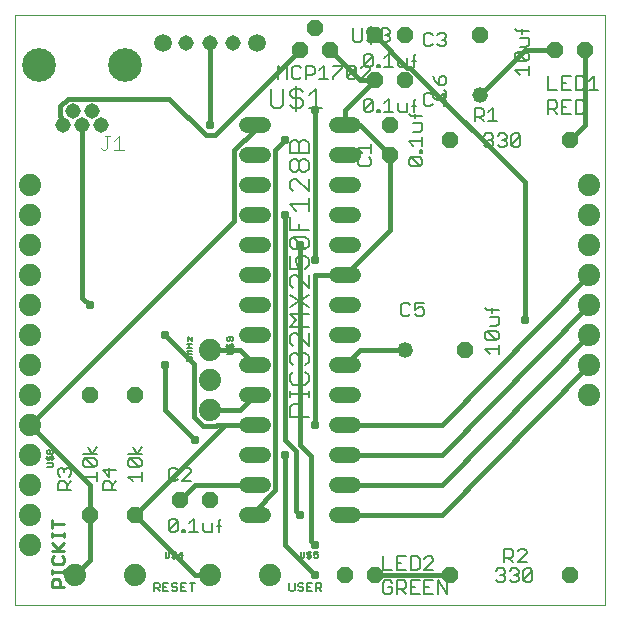
<source format=gtl>
G75*
%MOIN*%
%OFA0B0*%
%FSLAX25Y25*%
%IPPOS*%
%LPD*%
%AMOC8*
5,1,8,0,0,1.08239X$1,22.5*
%
%ADD10C,0.00000*%
%ADD11OC8,0.05200*%
%ADD12C,0.00500*%
%ADD13C,0.05200*%
%ADD14C,0.05150*%
%ADD15C,0.11220*%
%ADD16C,0.00400*%
%ADD17C,0.05200*%
%ADD18C,0.00700*%
%ADD19C,0.05937*%
%ADD20C,0.07400*%
%ADD21C,0.00600*%
%ADD22C,0.01000*%
%ADD23C,0.01600*%
%ADD24C,0.03100*%
D10*
X0001800Y0001800D02*
X0001800Y0198650D01*
X0198650Y0198650D01*
X0198650Y0001800D01*
X0001800Y0001800D01*
D11*
X0026800Y0031800D03*
X0041800Y0031800D03*
X0056800Y0036800D03*
X0066800Y0036800D03*
X0041800Y0071800D03*
X0026800Y0071800D03*
X0111800Y0011800D03*
X0121800Y0011800D03*
X0146800Y0011800D03*
X0186800Y0011800D03*
X0151800Y0086800D03*
X0126800Y0151800D03*
X0126800Y0161800D03*
X0121800Y0176800D03*
X0131800Y0176800D03*
X0131800Y0191800D03*
X0121800Y0191800D03*
X0106800Y0186800D03*
X0101800Y0194300D03*
X0096800Y0186800D03*
X0146800Y0156800D03*
X0156800Y0191800D03*
X0181800Y0186800D03*
X0191800Y0186800D03*
X0186800Y0156800D03*
D12*
X0187156Y0165550D02*
X0184154Y0165550D01*
X0184154Y0170054D01*
X0187156Y0170054D01*
X0188758Y0170054D02*
X0191010Y0170054D01*
X0191760Y0169303D01*
X0191760Y0166301D01*
X0191010Y0165550D01*
X0188758Y0165550D01*
X0188758Y0170054D01*
X0188758Y0173550D02*
X0191010Y0173550D01*
X0191760Y0174301D01*
X0191760Y0177303D01*
X0191010Y0178054D01*
X0188758Y0178054D01*
X0188758Y0173550D01*
X0187156Y0173550D02*
X0184154Y0173550D01*
X0184154Y0178054D01*
X0187156Y0178054D01*
X0185655Y0175802D02*
X0184154Y0175802D01*
X0182553Y0173550D02*
X0179550Y0173550D01*
X0179550Y0178054D01*
X0173050Y0178550D02*
X0173050Y0181553D01*
X0173050Y0180051D02*
X0168546Y0180051D01*
X0170047Y0178550D01*
X0169297Y0183154D02*
X0168546Y0183905D01*
X0168546Y0185406D01*
X0169297Y0186156D01*
X0172299Y0183154D01*
X0173050Y0183905D01*
X0173050Y0185406D01*
X0172299Y0186156D01*
X0169297Y0186156D01*
X0170047Y0187758D02*
X0172299Y0187758D01*
X0173050Y0188508D01*
X0173050Y0190760D01*
X0170047Y0190760D01*
X0170798Y0192362D02*
X0170798Y0193863D01*
X0169297Y0193112D02*
X0168546Y0193863D01*
X0169297Y0193112D02*
X0173050Y0193112D01*
X0172299Y0183154D02*
X0169297Y0183154D01*
X0179550Y0170054D02*
X0181802Y0170054D01*
X0182553Y0169303D01*
X0182553Y0167802D01*
X0181802Y0167051D01*
X0179550Y0167051D01*
X0179550Y0165550D02*
X0179550Y0170054D01*
X0181051Y0167051D02*
X0182553Y0165550D01*
X0184154Y0167802D02*
X0185655Y0167802D01*
X0193362Y0173550D02*
X0196364Y0173550D01*
X0194863Y0173550D02*
X0194863Y0178054D01*
X0193362Y0176553D01*
X0170360Y0158303D02*
X0170360Y0155301D01*
X0169610Y0154550D01*
X0168108Y0154550D01*
X0167358Y0155301D01*
X0170360Y0158303D01*
X0169610Y0159054D01*
X0168108Y0159054D01*
X0167358Y0158303D01*
X0167358Y0155301D01*
X0165756Y0155301D02*
X0165006Y0154550D01*
X0163505Y0154550D01*
X0162754Y0155301D01*
X0161153Y0155301D02*
X0160402Y0154550D01*
X0158901Y0154550D01*
X0158150Y0155301D01*
X0159651Y0156802D02*
X0160402Y0156802D01*
X0161153Y0156051D01*
X0161153Y0155301D01*
X0160402Y0156802D02*
X0161153Y0157553D01*
X0161153Y0158303D01*
X0160402Y0159054D01*
X0158901Y0159054D01*
X0158150Y0158303D01*
X0162754Y0158303D02*
X0163505Y0159054D01*
X0165006Y0159054D01*
X0165756Y0158303D01*
X0165756Y0157553D01*
X0165006Y0156802D01*
X0165756Y0156051D01*
X0165756Y0155301D01*
X0165006Y0156802D02*
X0164255Y0156802D01*
X0162656Y0163050D02*
X0159654Y0163050D01*
X0161155Y0163050D02*
X0161155Y0167554D01*
X0159654Y0166053D01*
X0158053Y0166803D02*
X0158053Y0165302D01*
X0157302Y0164551D01*
X0155050Y0164551D01*
X0155050Y0163050D02*
X0155050Y0167554D01*
X0157302Y0167554D01*
X0158053Y0166803D01*
X0156551Y0164551D02*
X0158053Y0163050D01*
X0145656Y0170302D02*
X0142654Y0170302D01*
X0144906Y0172554D01*
X0144906Y0168050D01*
X0144799Y0170550D02*
X0141797Y0170550D01*
X0141046Y0171301D01*
X0141046Y0172802D01*
X0141797Y0173553D01*
X0140302Y0172554D02*
X0141053Y0171803D01*
X0140302Y0172554D02*
X0138801Y0172554D01*
X0138050Y0171803D01*
X0138050Y0168801D01*
X0138801Y0168050D01*
X0140302Y0168050D01*
X0141053Y0168801D01*
X0144799Y0170550D02*
X0145550Y0171301D01*
X0145550Y0172802D01*
X0144799Y0173553D01*
X0144799Y0175154D02*
X0145550Y0175905D01*
X0145550Y0177406D01*
X0144799Y0178156D01*
X0144049Y0178156D01*
X0143298Y0177406D01*
X0143298Y0175154D01*
X0144799Y0175154D01*
X0143298Y0175154D02*
X0141797Y0176655D01*
X0141046Y0178156D01*
X0134914Y0181050D02*
X0134914Y0184803D01*
X0135665Y0185554D01*
X0135665Y0183302D02*
X0134164Y0183302D01*
X0132562Y0184053D02*
X0132562Y0181050D01*
X0130310Y0181050D01*
X0129560Y0181801D01*
X0129560Y0184053D01*
X0127958Y0181050D02*
X0124956Y0181050D01*
X0126457Y0181050D02*
X0126457Y0185554D01*
X0124956Y0184053D01*
X0123405Y0181801D02*
X0123405Y0181050D01*
X0122654Y0181050D01*
X0122654Y0181801D01*
X0123405Y0181801D01*
X0121053Y0181801D02*
X0120302Y0181050D01*
X0118801Y0181050D01*
X0118050Y0181801D01*
X0121053Y0184803D01*
X0121053Y0181801D01*
X0120176Y0180803D02*
X0119425Y0181554D01*
X0117924Y0181554D01*
X0117174Y0180803D01*
X0118050Y0181801D02*
X0118050Y0184803D01*
X0118801Y0185554D01*
X0120302Y0185554D01*
X0121053Y0184803D01*
X0120655Y0188799D02*
X0120655Y0194804D01*
X0119905Y0194054D02*
X0121406Y0194054D01*
X0122156Y0193303D01*
X0123758Y0193303D02*
X0124508Y0194054D01*
X0126010Y0194054D01*
X0126760Y0193303D01*
X0126760Y0192553D01*
X0126010Y0191802D01*
X0126760Y0191051D01*
X0126760Y0190301D01*
X0126010Y0189550D01*
X0124508Y0189550D01*
X0123758Y0190301D01*
X0122156Y0190301D02*
X0121406Y0189550D01*
X0119905Y0189550D01*
X0119154Y0190301D01*
X0117553Y0190301D02*
X0116802Y0189550D01*
X0115301Y0189550D01*
X0114550Y0190301D01*
X0114550Y0194054D01*
X0117553Y0194054D02*
X0117553Y0190301D01*
X0119154Y0192553D02*
X0119154Y0193303D01*
X0119905Y0194054D01*
X0119154Y0192553D02*
X0119905Y0191802D01*
X0121406Y0191802D01*
X0122156Y0191051D01*
X0122156Y0190301D01*
X0125259Y0191802D02*
X0126010Y0191802D01*
X0120176Y0180803D02*
X0120176Y0180053D01*
X0117174Y0177050D01*
X0120176Y0177050D01*
X0115572Y0177801D02*
X0115572Y0180803D01*
X0112570Y0177801D01*
X0113320Y0177050D01*
X0114822Y0177050D01*
X0115572Y0177801D01*
X0115572Y0180803D02*
X0114822Y0181554D01*
X0113320Y0181554D01*
X0112570Y0180803D01*
X0112570Y0177801D01*
X0110968Y0180803D02*
X0107966Y0177801D01*
X0107966Y0177050D01*
X0106364Y0177050D02*
X0103362Y0177050D01*
X0104863Y0177050D02*
X0104863Y0181554D01*
X0103362Y0180053D01*
X0101760Y0180803D02*
X0101760Y0179302D01*
X0101010Y0178551D01*
X0098758Y0178551D01*
X0098758Y0177050D02*
X0098758Y0181554D01*
X0101010Y0181554D01*
X0101760Y0180803D01*
X0097156Y0180803D02*
X0096406Y0181554D01*
X0094905Y0181554D01*
X0094154Y0180803D01*
X0094154Y0177801D01*
X0094905Y0177050D01*
X0096406Y0177050D01*
X0097156Y0177801D01*
X0092553Y0177050D02*
X0092553Y0181554D01*
X0091051Y0180053D01*
X0089550Y0181554D01*
X0089550Y0177050D01*
X0107966Y0181554D02*
X0110968Y0181554D01*
X0110968Y0180803D01*
X0118801Y0170554D02*
X0118050Y0169803D01*
X0118050Y0166801D01*
X0121053Y0169803D01*
X0121053Y0166801D01*
X0120302Y0166050D01*
X0118801Y0166050D01*
X0118050Y0166801D01*
X0118801Y0170554D02*
X0120302Y0170554D01*
X0121053Y0169803D01*
X0122654Y0166801D02*
X0123405Y0166801D01*
X0123405Y0166050D01*
X0122654Y0166050D01*
X0122654Y0166801D01*
X0124956Y0166050D02*
X0127958Y0166050D01*
X0126457Y0166050D02*
X0126457Y0170554D01*
X0124956Y0169053D01*
X0129560Y0169053D02*
X0129560Y0166801D01*
X0130310Y0166050D01*
X0132562Y0166050D01*
X0132562Y0169053D01*
X0134164Y0168302D02*
X0135665Y0168302D01*
X0134914Y0169803D02*
X0134914Y0166050D01*
X0135298Y0165665D02*
X0135298Y0164164D01*
X0133797Y0164914D02*
X0133046Y0165665D01*
X0133797Y0164914D02*
X0137550Y0164914D01*
X0137550Y0162562D02*
X0134547Y0162562D01*
X0134547Y0159560D02*
X0136799Y0159560D01*
X0137550Y0160310D01*
X0137550Y0162562D01*
X0137550Y0157958D02*
X0137550Y0154956D01*
X0137550Y0156457D02*
X0133046Y0156457D01*
X0134547Y0154956D01*
X0136799Y0153405D02*
X0136799Y0152654D01*
X0137550Y0152654D01*
X0137550Y0153405D01*
X0136799Y0153405D01*
X0136799Y0151053D02*
X0133797Y0151053D01*
X0136799Y0148050D01*
X0137550Y0148801D01*
X0137550Y0150302D01*
X0136799Y0151053D01*
X0133797Y0151053D02*
X0133046Y0150302D01*
X0133046Y0148801D01*
X0133797Y0148050D01*
X0136799Y0148050D01*
X0120550Y0148801D02*
X0120550Y0150302D01*
X0119799Y0151053D01*
X0120550Y0152654D02*
X0120550Y0155656D01*
X0120550Y0154155D02*
X0116046Y0154155D01*
X0117547Y0152654D01*
X0116797Y0151053D02*
X0116046Y0150302D01*
X0116046Y0148801D01*
X0116797Y0148050D01*
X0119799Y0148050D01*
X0120550Y0148801D01*
X0134914Y0169803D02*
X0135665Y0170554D01*
X0138801Y0188050D02*
X0140302Y0188050D01*
X0141053Y0188801D01*
X0142654Y0188801D02*
X0143405Y0188050D01*
X0144906Y0188050D01*
X0145656Y0188801D01*
X0145656Y0189551D01*
X0144906Y0190302D01*
X0144155Y0190302D01*
X0144906Y0190302D02*
X0145656Y0191053D01*
X0145656Y0191803D01*
X0144906Y0192554D01*
X0143405Y0192554D01*
X0142654Y0191803D01*
X0141053Y0191803D02*
X0140302Y0192554D01*
X0138801Y0192554D01*
X0138050Y0191803D01*
X0138050Y0188801D01*
X0138801Y0188050D01*
X0138156Y0102554D02*
X0135154Y0102554D01*
X0135154Y0100302D01*
X0136655Y0101053D01*
X0137406Y0101053D01*
X0138156Y0100302D01*
X0138156Y0098801D01*
X0137406Y0098050D01*
X0135905Y0098050D01*
X0135154Y0098801D01*
X0133553Y0098801D02*
X0132802Y0098050D01*
X0131301Y0098050D01*
X0130550Y0098801D01*
X0130550Y0101803D01*
X0131301Y0102554D01*
X0132802Y0102554D01*
X0133553Y0101803D01*
X0158546Y0100863D02*
X0159297Y0100112D01*
X0163050Y0100112D01*
X0163050Y0097760D02*
X0160047Y0097760D01*
X0160798Y0099362D02*
X0160798Y0100863D01*
X0163050Y0097760D02*
X0163050Y0095508D01*
X0162299Y0094758D01*
X0160047Y0094758D01*
X0159297Y0093156D02*
X0162299Y0090154D01*
X0163050Y0090905D01*
X0163050Y0092406D01*
X0162299Y0093156D01*
X0159297Y0093156D01*
X0158546Y0092406D01*
X0158546Y0090905D01*
X0159297Y0090154D01*
X0162299Y0090154D01*
X0163050Y0088553D02*
X0163050Y0085550D01*
X0163050Y0087051D02*
X0158546Y0087051D01*
X0160047Y0085550D01*
X0164842Y0020554D02*
X0167094Y0020554D01*
X0167845Y0019803D01*
X0167845Y0018302D01*
X0167094Y0017551D01*
X0164842Y0017551D01*
X0164842Y0016050D02*
X0164842Y0020554D01*
X0166343Y0017551D02*
X0167845Y0016050D01*
X0169446Y0016050D02*
X0172449Y0019053D01*
X0172449Y0019803D01*
X0171698Y0020554D01*
X0170197Y0020554D01*
X0169446Y0019803D01*
X0169446Y0016050D02*
X0172449Y0016050D01*
X0172097Y0014054D02*
X0173598Y0014054D01*
X0174349Y0013303D01*
X0171346Y0010301D01*
X0172097Y0009550D01*
X0173598Y0009550D01*
X0174349Y0010301D01*
X0174349Y0013303D01*
X0172097Y0014054D02*
X0171346Y0013303D01*
X0171346Y0010301D01*
X0169745Y0010301D02*
X0169745Y0011051D01*
X0168994Y0011802D01*
X0168243Y0011802D01*
X0168994Y0011802D02*
X0169745Y0012553D01*
X0169745Y0013303D01*
X0168994Y0014054D01*
X0167493Y0014054D01*
X0166742Y0013303D01*
X0165141Y0013303D02*
X0165141Y0012553D01*
X0164390Y0011802D01*
X0165141Y0011051D01*
X0165141Y0010301D01*
X0164390Y0009550D01*
X0162889Y0009550D01*
X0162138Y0010301D01*
X0163639Y0011802D02*
X0164390Y0011802D01*
X0165141Y0013303D02*
X0164390Y0014054D01*
X0162889Y0014054D01*
X0162138Y0013303D01*
X0166742Y0010301D02*
X0167493Y0009550D01*
X0168994Y0009550D01*
X0169745Y0010301D01*
X0145968Y0010054D02*
X0145968Y0005550D01*
X0142966Y0010054D01*
X0142966Y0005550D01*
X0141364Y0005550D02*
X0138362Y0005550D01*
X0138362Y0010054D01*
X0141364Y0010054D01*
X0139863Y0007802D02*
X0138362Y0007802D01*
X0136760Y0010054D02*
X0133758Y0010054D01*
X0133758Y0005550D01*
X0136760Y0005550D01*
X0135259Y0007802D02*
X0133758Y0007802D01*
X0132156Y0007802D02*
X0132156Y0009303D01*
X0131406Y0010054D01*
X0129154Y0010054D01*
X0129154Y0005550D01*
X0129154Y0007051D02*
X0131406Y0007051D01*
X0132156Y0007802D01*
X0130655Y0007051D02*
X0132156Y0005550D01*
X0127553Y0006301D02*
X0127553Y0007802D01*
X0126051Y0007802D01*
X0124550Y0009303D02*
X0124550Y0006301D01*
X0125301Y0005550D01*
X0126802Y0005550D01*
X0127553Y0006301D01*
X0127553Y0009303D02*
X0126802Y0010054D01*
X0125301Y0010054D01*
X0124550Y0009303D01*
X0124550Y0013550D02*
X0127553Y0013550D01*
X0129154Y0013550D02*
X0132156Y0013550D01*
X0133758Y0013550D02*
X0136010Y0013550D01*
X0136760Y0014301D01*
X0136760Y0017303D01*
X0136010Y0018054D01*
X0133758Y0018054D01*
X0133758Y0013550D01*
X0130655Y0015802D02*
X0129154Y0015802D01*
X0129154Y0018054D02*
X0129154Y0013550D01*
X0129154Y0018054D02*
X0132156Y0018054D01*
X0138362Y0017303D02*
X0139112Y0018054D01*
X0140614Y0018054D01*
X0141364Y0017303D01*
X0141364Y0016553D01*
X0138362Y0013550D01*
X0141364Y0013550D01*
X0124550Y0013550D02*
X0124550Y0018054D01*
X0102737Y0017867D02*
X0102421Y0017550D01*
X0101787Y0017550D01*
X0101470Y0017867D01*
X0101470Y0018501D02*
X0102104Y0018818D01*
X0102421Y0018818D01*
X0102737Y0018501D01*
X0102737Y0017867D01*
X0101470Y0018501D02*
X0101470Y0019452D01*
X0102737Y0019452D01*
X0100528Y0019135D02*
X0100211Y0019452D01*
X0099577Y0019452D01*
X0099260Y0019135D01*
X0099260Y0018818D01*
X0099577Y0018501D01*
X0100211Y0018501D01*
X0100528Y0018184D01*
X0100528Y0017867D01*
X0100211Y0017550D01*
X0099577Y0017550D01*
X0099260Y0017867D01*
X0099894Y0017233D02*
X0099894Y0019769D01*
X0098318Y0019452D02*
X0098318Y0017867D01*
X0098001Y0017550D01*
X0097367Y0017550D01*
X0097050Y0017867D01*
X0097050Y0019452D01*
X0070665Y0028302D02*
X0069164Y0028302D01*
X0069914Y0029803D02*
X0069914Y0026050D01*
X0067562Y0026050D02*
X0067562Y0029053D01*
X0069914Y0029803D02*
X0070665Y0030554D01*
X0067562Y0026050D02*
X0065310Y0026050D01*
X0064560Y0026801D01*
X0064560Y0029053D01*
X0062958Y0026050D02*
X0059956Y0026050D01*
X0061457Y0026050D02*
X0061457Y0030554D01*
X0059956Y0029053D01*
X0058405Y0026801D02*
X0057654Y0026801D01*
X0057654Y0026050D01*
X0058405Y0026050D01*
X0058405Y0026801D01*
X0056053Y0026801D02*
X0056053Y0029803D01*
X0053050Y0026801D01*
X0053801Y0026050D01*
X0055302Y0026050D01*
X0056053Y0026801D01*
X0053050Y0026801D02*
X0053050Y0029803D01*
X0053801Y0030554D01*
X0055302Y0030554D01*
X0056053Y0029803D01*
X0054894Y0019769D02*
X0054894Y0017233D01*
X0055211Y0017550D02*
X0055528Y0017867D01*
X0055528Y0018184D01*
X0055211Y0018501D01*
X0054577Y0018501D01*
X0054260Y0018818D01*
X0054260Y0019135D01*
X0054577Y0019452D01*
X0055211Y0019452D01*
X0055528Y0019135D01*
X0056470Y0018501D02*
X0057737Y0018501D01*
X0057421Y0019452D02*
X0056470Y0018501D01*
X0057421Y0017550D02*
X0057421Y0019452D01*
X0055211Y0017550D02*
X0054577Y0017550D01*
X0054260Y0017867D01*
X0053318Y0017867D02*
X0053318Y0019452D01*
X0052050Y0019452D02*
X0052050Y0017867D01*
X0052367Y0017550D01*
X0053001Y0017550D01*
X0053318Y0017867D01*
X0035550Y0040050D02*
X0031046Y0040050D01*
X0031046Y0042302D01*
X0031797Y0043053D01*
X0033298Y0043053D01*
X0034049Y0042302D01*
X0034049Y0040050D01*
X0034049Y0041551D02*
X0035550Y0043053D01*
X0033298Y0044654D02*
X0033298Y0047656D01*
X0031046Y0046906D02*
X0033298Y0044654D01*
X0035550Y0046906D02*
X0031046Y0046906D01*
X0029050Y0046153D02*
X0029050Y0043150D01*
X0029050Y0044651D02*
X0024546Y0044651D01*
X0026047Y0043150D01*
X0020550Y0043053D02*
X0019049Y0041551D01*
X0019049Y0042302D02*
X0019049Y0040050D01*
X0020550Y0040050D02*
X0016046Y0040050D01*
X0016046Y0042302D01*
X0016797Y0043053D01*
X0018298Y0043053D01*
X0019049Y0042302D01*
X0019799Y0044654D02*
X0020550Y0045405D01*
X0020550Y0046906D01*
X0019799Y0047656D01*
X0019049Y0047656D01*
X0018298Y0046906D01*
X0018298Y0046155D01*
X0018298Y0046906D02*
X0017547Y0047656D01*
X0016797Y0047656D01*
X0016046Y0046906D01*
X0016046Y0045405D01*
X0016797Y0044654D01*
X0014133Y0047920D02*
X0012548Y0047920D01*
X0012548Y0049188D02*
X0014133Y0049188D01*
X0014450Y0048871D01*
X0014450Y0048237D01*
X0014133Y0047920D01*
X0014133Y0050130D02*
X0014450Y0050447D01*
X0014450Y0051081D01*
X0014133Y0051398D01*
X0013816Y0051398D01*
X0013499Y0051081D01*
X0013499Y0050447D01*
X0013182Y0050130D01*
X0012865Y0050130D01*
X0012548Y0050447D01*
X0012548Y0051081D01*
X0012865Y0051398D01*
X0012231Y0050764D02*
X0014767Y0050764D01*
X0014133Y0052340D02*
X0013816Y0052340D01*
X0013499Y0052657D01*
X0013499Y0053291D01*
X0013816Y0053608D01*
X0014133Y0053608D01*
X0014450Y0053291D01*
X0014450Y0052657D01*
X0014133Y0052340D01*
X0013499Y0052657D02*
X0013182Y0052340D01*
X0012865Y0052340D01*
X0012548Y0052657D01*
X0012548Y0053291D01*
X0012865Y0053608D01*
X0013182Y0053608D01*
X0013499Y0053291D01*
X0024546Y0052358D02*
X0029050Y0052358D01*
X0027549Y0052358D02*
X0029050Y0054610D01*
X0027549Y0052358D02*
X0026047Y0054610D01*
X0025297Y0050756D02*
X0028299Y0047754D01*
X0029050Y0048505D01*
X0029050Y0050006D01*
X0028299Y0050756D01*
X0025297Y0050756D01*
X0024546Y0050006D01*
X0024546Y0048505D01*
X0025297Y0047754D01*
X0028299Y0047754D01*
X0039546Y0048505D02*
X0039546Y0050006D01*
X0040297Y0050756D01*
X0043299Y0047754D01*
X0044050Y0048505D01*
X0044050Y0050006D01*
X0043299Y0050756D01*
X0040297Y0050756D01*
X0039546Y0052358D02*
X0044050Y0052358D01*
X0042549Y0052358D02*
X0041047Y0054610D01*
X0042549Y0052358D02*
X0044050Y0054610D01*
X0043299Y0047754D02*
X0040297Y0047754D01*
X0039546Y0048505D01*
X0039546Y0044651D02*
X0044050Y0044651D01*
X0044050Y0043150D02*
X0044050Y0046153D01*
X0041047Y0043150D02*
X0039546Y0044651D01*
X0053050Y0043801D02*
X0053801Y0043050D01*
X0055302Y0043050D01*
X0056053Y0043801D01*
X0057654Y0043050D02*
X0060656Y0046053D01*
X0060656Y0046803D01*
X0059906Y0047554D01*
X0058405Y0047554D01*
X0057654Y0046803D01*
X0056053Y0046803D02*
X0055302Y0047554D01*
X0053801Y0047554D01*
X0053050Y0046803D01*
X0053050Y0043801D01*
X0057654Y0043050D02*
X0060656Y0043050D01*
X0060633Y0083210D02*
X0060316Y0083210D01*
X0059999Y0083527D01*
X0059999Y0084161D01*
X0060316Y0084478D01*
X0060633Y0084478D01*
X0060950Y0084161D01*
X0060950Y0083527D01*
X0060633Y0083210D01*
X0059999Y0083527D02*
X0059682Y0083210D01*
X0059365Y0083210D01*
X0059048Y0083527D01*
X0059048Y0084161D01*
X0059365Y0084478D01*
X0059682Y0084478D01*
X0059999Y0084161D01*
X0059048Y0085420D02*
X0059682Y0086054D01*
X0059048Y0086688D01*
X0060950Y0086688D01*
X0060950Y0087630D02*
X0059048Y0087630D01*
X0059999Y0087630D02*
X0059999Y0088898D01*
X0059048Y0088898D02*
X0060950Y0088898D01*
X0060950Y0089840D02*
X0060950Y0091108D01*
X0059682Y0091108D02*
X0059682Y0089840D01*
X0059682Y0091108D02*
X0060950Y0089840D01*
X0060950Y0085420D02*
X0059048Y0085420D01*
X0072231Y0088264D02*
X0074767Y0088264D01*
X0074450Y0087947D02*
X0074450Y0088581D01*
X0074133Y0088898D01*
X0073816Y0088898D01*
X0073499Y0088581D01*
X0073499Y0087947D01*
X0073182Y0087630D01*
X0072865Y0087630D01*
X0072548Y0087947D01*
X0072548Y0088581D01*
X0072865Y0088898D01*
X0072865Y0089840D02*
X0073182Y0089840D01*
X0073499Y0090157D01*
X0073499Y0091108D01*
X0072865Y0091108D02*
X0072548Y0090791D01*
X0072548Y0090157D01*
X0072865Y0089840D01*
X0072865Y0091108D02*
X0074133Y0091108D01*
X0074450Y0090791D01*
X0074450Y0090157D01*
X0074133Y0089840D01*
X0074450Y0087947D02*
X0074133Y0087630D01*
X0074133Y0086688D02*
X0072548Y0086688D01*
X0072548Y0085420D02*
X0074133Y0085420D01*
X0074450Y0085737D01*
X0074450Y0086371D01*
X0074133Y0086688D01*
D13*
X0131800Y0086800D03*
X0156800Y0171800D03*
D14*
X0074674Y0189300D03*
X0066800Y0189300D03*
X0058926Y0189300D03*
X0030599Y0161721D03*
X0027450Y0166446D03*
X0024300Y0161721D03*
X0021150Y0166446D03*
X0018001Y0161721D03*
D15*
X0009930Y0181800D03*
X0038670Y0181800D03*
D16*
X0036544Y0158061D02*
X0036544Y0153457D01*
X0035009Y0153457D02*
X0038079Y0153457D01*
X0035009Y0156526D02*
X0036544Y0158061D01*
X0033475Y0158061D02*
X0031940Y0158061D01*
X0032707Y0158061D02*
X0032707Y0154224D01*
X0031940Y0153457D01*
X0031173Y0153457D01*
X0030406Y0154224D01*
D17*
X0079200Y0151800D02*
X0084400Y0151800D01*
X0084400Y0141800D02*
X0079200Y0141800D01*
X0079200Y0131800D02*
X0084400Y0131800D01*
X0084400Y0121800D02*
X0079200Y0121800D01*
X0079200Y0111800D02*
X0084400Y0111800D01*
X0084400Y0101800D02*
X0079200Y0101800D01*
X0079200Y0091800D02*
X0084400Y0091800D01*
X0084400Y0081800D02*
X0079200Y0081800D01*
X0079200Y0071800D02*
X0084400Y0071800D01*
X0084400Y0061800D02*
X0079200Y0061800D01*
X0079200Y0051800D02*
X0084400Y0051800D01*
X0084400Y0041800D02*
X0079200Y0041800D01*
X0079200Y0031800D02*
X0084400Y0031800D01*
X0109200Y0031800D02*
X0114400Y0031800D01*
X0114400Y0041800D02*
X0109200Y0041800D01*
X0109200Y0051800D02*
X0114400Y0051800D01*
X0114400Y0061800D02*
X0109200Y0061800D01*
X0109200Y0071800D02*
X0114400Y0071800D01*
X0114400Y0081800D02*
X0109200Y0081800D01*
X0109200Y0091800D02*
X0114400Y0091800D01*
X0114400Y0101800D02*
X0109200Y0101800D01*
X0109200Y0111800D02*
X0114400Y0111800D01*
X0114400Y0121800D02*
X0109200Y0121800D01*
X0109200Y0131800D02*
X0114400Y0131800D01*
X0114400Y0141800D02*
X0109200Y0141800D01*
X0109200Y0151800D02*
X0114400Y0151800D01*
X0114400Y0161800D02*
X0109200Y0161800D01*
X0084400Y0161800D02*
X0079200Y0161800D01*
D18*
X0087150Y0168701D02*
X0088201Y0167650D01*
X0090303Y0167650D01*
X0091354Y0168701D01*
X0091354Y0173955D01*
X0093595Y0172904D02*
X0094646Y0173955D01*
X0096748Y0173955D01*
X0097799Y0172904D01*
X0096748Y0170803D02*
X0094646Y0170803D01*
X0093595Y0171854D01*
X0093595Y0172904D01*
X0095697Y0175006D02*
X0095697Y0166599D01*
X0094646Y0167650D02*
X0093595Y0168701D01*
X0094646Y0167650D02*
X0096748Y0167650D01*
X0097799Y0168701D01*
X0097799Y0169752D01*
X0096748Y0170803D01*
X0100041Y0171854D02*
X0102143Y0173955D01*
X0102143Y0167650D01*
X0100041Y0167650D02*
X0104245Y0167650D01*
X0098699Y0156908D02*
X0097648Y0156908D01*
X0096597Y0155857D01*
X0096597Y0152704D01*
X0095546Y0150462D02*
X0094496Y0150462D01*
X0093445Y0149412D01*
X0093445Y0147310D01*
X0094496Y0146259D01*
X0095546Y0146259D01*
X0096597Y0147310D01*
X0096597Y0149412D01*
X0097648Y0150462D01*
X0098699Y0150462D01*
X0099750Y0149412D01*
X0099750Y0147310D01*
X0098699Y0146259D01*
X0097648Y0146259D01*
X0096597Y0147310D01*
X0096597Y0149412D02*
X0095546Y0150462D01*
X0093445Y0152704D02*
X0093445Y0155857D01*
X0094496Y0156908D01*
X0095546Y0156908D01*
X0096597Y0155857D01*
X0098699Y0156908D02*
X0099750Y0155857D01*
X0099750Y0152704D01*
X0093445Y0152704D01*
X0094496Y0144017D02*
X0093445Y0142966D01*
X0093445Y0140864D01*
X0094496Y0139813D01*
X0094496Y0144017D02*
X0095546Y0144017D01*
X0099750Y0139813D01*
X0099750Y0144017D01*
X0099750Y0137571D02*
X0099750Y0133368D01*
X0099750Y0135470D02*
X0093445Y0135470D01*
X0095546Y0133368D01*
X0093445Y0131126D02*
X0093445Y0126922D01*
X0099750Y0126922D01*
X0098699Y0124680D02*
X0099750Y0123630D01*
X0099750Y0121528D01*
X0098699Y0120477D01*
X0094496Y0124680D01*
X0098699Y0124680D01*
X0096597Y0126922D02*
X0096597Y0129024D01*
X0094496Y0124680D02*
X0093445Y0123630D01*
X0093445Y0121528D01*
X0094496Y0120477D01*
X0098699Y0120477D01*
X0098699Y0118235D02*
X0099750Y0117184D01*
X0099750Y0115082D01*
X0098699Y0114031D01*
X0099750Y0111789D02*
X0099750Y0107586D01*
X0095546Y0111789D01*
X0094496Y0111789D01*
X0093445Y0110739D01*
X0093445Y0108637D01*
X0094496Y0107586D01*
X0093445Y0105344D02*
X0099750Y0101140D01*
X0099750Y0098898D02*
X0093445Y0098898D01*
X0095546Y0096797D01*
X0093445Y0094695D01*
X0099750Y0094695D01*
X0099750Y0092453D02*
X0099750Y0088249D01*
X0095546Y0092453D01*
X0094496Y0092453D01*
X0093445Y0091402D01*
X0093445Y0089300D01*
X0094496Y0088249D01*
X0094496Y0086007D02*
X0095546Y0086007D01*
X0096597Y0084957D01*
X0097648Y0086007D01*
X0098699Y0086007D01*
X0099750Y0084957D01*
X0099750Y0082855D01*
X0098699Y0081804D01*
X0098699Y0079562D02*
X0099750Y0078511D01*
X0099750Y0076409D01*
X0098699Y0075358D01*
X0094496Y0075358D01*
X0093445Y0076409D01*
X0093445Y0078511D01*
X0094496Y0079562D01*
X0094496Y0081804D02*
X0093445Y0082855D01*
X0093445Y0084957D01*
X0094496Y0086007D01*
X0096597Y0084957D02*
X0096597Y0083906D01*
X0093445Y0073163D02*
X0093445Y0071061D01*
X0093445Y0072112D02*
X0099750Y0072112D01*
X0099750Y0071061D02*
X0099750Y0073163D01*
X0096597Y0068819D02*
X0097648Y0067769D01*
X0097648Y0064616D01*
X0099750Y0064616D02*
X0093445Y0064616D01*
X0093445Y0067769D01*
X0094496Y0068819D01*
X0096597Y0068819D01*
X0093445Y0101140D02*
X0099750Y0105344D01*
X0096597Y0114031D02*
X0093445Y0114031D01*
X0093445Y0118235D01*
X0095546Y0117184D02*
X0096597Y0118235D01*
X0098699Y0118235D01*
X0095546Y0117184D02*
X0095546Y0116133D01*
X0096597Y0114031D01*
X0087150Y0168701D02*
X0087150Y0173955D01*
D19*
X0082548Y0189300D03*
X0051052Y0189300D03*
D20*
X0006800Y0141800D03*
X0006800Y0131800D03*
X0006800Y0121800D03*
X0006800Y0111800D03*
X0006800Y0101800D03*
X0006800Y0091800D03*
X0006800Y0081800D03*
X0006800Y0071800D03*
X0006800Y0061800D03*
X0006800Y0051800D03*
X0006800Y0041800D03*
X0006800Y0031800D03*
X0006800Y0021800D03*
X0021800Y0011800D03*
X0041800Y0011800D03*
X0066800Y0011800D03*
X0086800Y0011800D03*
X0066800Y0066800D03*
X0066800Y0076800D03*
X0066800Y0086800D03*
X0193050Y0081800D03*
X0193050Y0071800D03*
X0193050Y0091800D03*
X0193050Y0101800D03*
X0193050Y0111800D03*
X0193050Y0121800D03*
X0193050Y0131800D03*
X0193050Y0141800D03*
D21*
X0103491Y0009202D02*
X0102190Y0009202D01*
X0102190Y0006600D01*
X0102190Y0007467D02*
X0103491Y0007467D01*
X0103924Y0007901D01*
X0103924Y0008769D01*
X0103491Y0009202D01*
X0103057Y0007467D02*
X0103924Y0006600D01*
X0100978Y0006600D02*
X0099243Y0006600D01*
X0099243Y0009202D01*
X0100978Y0009202D01*
X0100110Y0007901D02*
X0099243Y0007901D01*
X0098031Y0007467D02*
X0098031Y0007034D01*
X0097598Y0006600D01*
X0096730Y0006600D01*
X0096297Y0007034D01*
X0096730Y0007901D02*
X0096297Y0008335D01*
X0096297Y0008769D01*
X0096730Y0009202D01*
X0097598Y0009202D01*
X0098031Y0008769D01*
X0097598Y0007901D02*
X0098031Y0007467D01*
X0097598Y0007901D02*
X0096730Y0007901D01*
X0095085Y0007034D02*
X0095085Y0009202D01*
X0093350Y0009202D02*
X0093350Y0007034D01*
X0093784Y0006600D01*
X0094651Y0006600D01*
X0095085Y0007034D01*
X0061871Y0009202D02*
X0060136Y0009202D01*
X0061003Y0009202D02*
X0061003Y0006600D01*
X0058924Y0006600D02*
X0057190Y0006600D01*
X0057190Y0009202D01*
X0058924Y0009202D01*
X0058057Y0007901D02*
X0057190Y0007901D01*
X0055978Y0007467D02*
X0055978Y0007034D01*
X0055544Y0006600D01*
X0054677Y0006600D01*
X0054243Y0007034D01*
X0054677Y0007901D02*
X0054243Y0008335D01*
X0054243Y0008769D01*
X0054677Y0009202D01*
X0055544Y0009202D01*
X0055978Y0008769D01*
X0055544Y0007901D02*
X0055978Y0007467D01*
X0055544Y0007901D02*
X0054677Y0007901D01*
X0053031Y0006600D02*
X0051297Y0006600D01*
X0051297Y0009202D01*
X0053031Y0009202D01*
X0052164Y0007901D02*
X0051297Y0007901D01*
X0050085Y0007901D02*
X0050085Y0008769D01*
X0049651Y0009202D01*
X0048350Y0009202D01*
X0048350Y0006600D01*
X0048350Y0007467D02*
X0049651Y0007467D01*
X0050085Y0007901D01*
X0049217Y0007467D02*
X0050085Y0006600D01*
D22*
X0018300Y0007746D02*
X0014297Y0007746D01*
X0014297Y0009747D01*
X0014964Y0010415D01*
X0016298Y0010415D01*
X0016966Y0009747D01*
X0016966Y0007746D01*
X0018300Y0012350D02*
X0018300Y0013684D01*
X0018300Y0013017D02*
X0014297Y0013017D01*
X0014297Y0012350D02*
X0014297Y0013684D01*
X0014964Y0015419D02*
X0017633Y0015419D01*
X0018300Y0016086D01*
X0018300Y0017421D01*
X0017633Y0018088D01*
X0018300Y0020023D02*
X0014297Y0020023D01*
X0014964Y0018088D02*
X0014297Y0017421D01*
X0014297Y0016086D01*
X0014964Y0015419D01*
X0016966Y0020023D02*
X0014297Y0022692D01*
X0014297Y0024627D02*
X0014297Y0025961D01*
X0014297Y0025294D02*
X0018300Y0025294D01*
X0018300Y0024627D02*
X0018300Y0025961D01*
X0018300Y0029030D02*
X0014297Y0029030D01*
X0014297Y0027696D02*
X0014297Y0030365D01*
X0018300Y0022692D02*
X0016298Y0020690D01*
D23*
X0021800Y0011800D02*
X0026800Y0016800D01*
X0026800Y0031800D01*
X0026800Y0041800D01*
X0006800Y0061800D01*
X0075000Y0130000D01*
X0075000Y0153540D01*
X0081800Y0160340D01*
X0081800Y0161800D01*
X0088600Y0153600D02*
X0088600Y0040060D01*
X0081800Y0033260D01*
X0081800Y0031800D01*
X0081800Y0041800D02*
X0061800Y0041800D01*
X0056800Y0036800D01*
X0041800Y0031800D02*
X0071800Y0061800D01*
X0069295Y0061800D01*
X0068995Y0061500D01*
X0064605Y0061500D01*
X0061500Y0064605D01*
X0061500Y0082100D01*
X0051800Y0091800D01*
X0051800Y0081800D02*
X0051800Y0066800D01*
X0061800Y0056800D01*
X0066800Y0066800D02*
X0076800Y0066800D01*
X0081800Y0071800D01*
X0081800Y0061800D02*
X0071800Y0061800D01*
X0091800Y0056864D02*
X0095381Y0053283D01*
X0095381Y0033219D01*
X0096800Y0031800D01*
X0100381Y0023219D02*
X0100381Y0051677D01*
X0096800Y0055259D01*
X0096800Y0121800D01*
X0101800Y0116800D02*
X0101800Y0166800D01*
X0111800Y0166800D02*
X0111800Y0161800D01*
X0116800Y0161800D01*
X0126800Y0151800D01*
X0126800Y0126800D01*
X0111800Y0111800D01*
X0101800Y0111800D01*
X0101800Y0061800D01*
X0111800Y0061800D02*
X0144300Y0061800D01*
X0193050Y0111800D01*
X0193050Y0101800D02*
X0144300Y0051800D01*
X0111800Y0051800D01*
X0111800Y0041800D02*
X0144300Y0041800D01*
X0193050Y0091800D01*
X0193050Y0081800D02*
X0144300Y0031800D01*
X0111800Y0031800D01*
X0101800Y0021800D02*
X0100381Y0023219D01*
X0091800Y0021800D02*
X0091800Y0051800D01*
X0091800Y0056864D02*
X0091800Y0131800D01*
X0088600Y0153600D02*
X0091800Y0156800D01*
X0111800Y0166800D02*
X0121800Y0176800D01*
X0116800Y0176800D01*
X0106800Y0186800D01*
X0096800Y0186800D02*
X0068450Y0158450D01*
X0065412Y0158450D01*
X0053242Y0170620D01*
X0019421Y0170620D01*
X0016976Y0168175D01*
X0016976Y0164716D01*
X0018001Y0163691D01*
X0018001Y0161721D01*
X0024300Y0161721D02*
X0024300Y0104300D01*
X0026800Y0101800D01*
X0066800Y0086800D02*
X0076800Y0086800D01*
X0081800Y0081800D01*
X0111800Y0081800D02*
X0116800Y0086800D01*
X0131800Y0086800D01*
X0171800Y0096800D02*
X0171800Y0142740D01*
X0133540Y0181000D01*
X0132600Y0181000D01*
X0121800Y0191800D01*
X0156800Y0171800D02*
X0171800Y0186800D01*
X0181800Y0186800D01*
X0191800Y0186800D02*
X0191800Y0161800D01*
X0186800Y0156800D01*
X0066800Y0161800D02*
X0066800Y0189300D01*
X0041800Y0031800D02*
X0061800Y0011800D01*
X0066800Y0011800D01*
X0091800Y0021800D02*
X0101800Y0011800D01*
X0121800Y0011800D02*
X0146800Y0011800D01*
D24*
X0101800Y0011800D03*
X0101800Y0021800D03*
X0096800Y0031800D03*
X0091800Y0051800D03*
X0101800Y0061800D03*
X0061800Y0056800D03*
X0051800Y0081800D03*
X0051800Y0091800D03*
X0026800Y0101800D03*
X0066800Y0161800D03*
X0091800Y0156800D03*
X0101800Y0166800D03*
X0091800Y0131800D03*
X0096800Y0121800D03*
X0101800Y0116800D03*
X0171800Y0096800D03*
M02*

</source>
